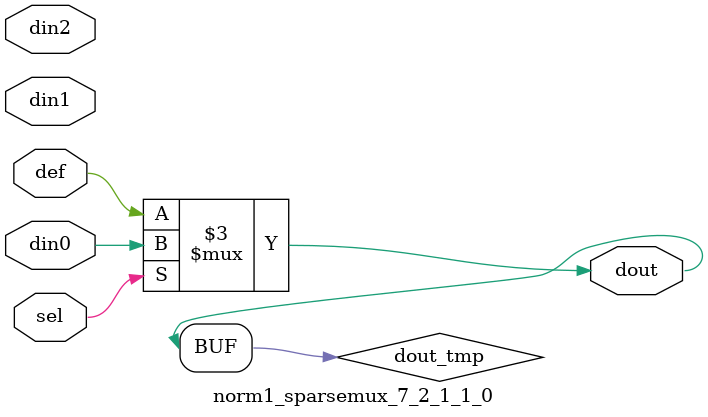
<source format=v>
`timescale 1ns / 1ps

module norm1_sparsemux_7_2_1_1_0 (din0,din1,din2,def,sel,dout);

parameter din0_WIDTH = 1;

parameter din1_WIDTH = 1;

parameter din2_WIDTH = 1;

parameter def_WIDTH = 1;
parameter sel_WIDTH = 1;
parameter dout_WIDTH = 1;

parameter [sel_WIDTH-1:0] CASE0 = 1;

parameter [sel_WIDTH-1:0] CASE1 = 1;

parameter [sel_WIDTH-1:0] CASE2 = 1;

parameter ID = 1;
parameter NUM_STAGE = 1;



input [din0_WIDTH-1:0] din0;

input [din1_WIDTH-1:0] din1;

input [din2_WIDTH-1:0] din2;

input [def_WIDTH-1:0] def;
input [sel_WIDTH-1:0] sel;

output [dout_WIDTH-1:0] dout;



reg [dout_WIDTH-1:0] dout_tmp;


always @ (*) begin
(* parallel_case *) case (sel)
    
    CASE0 : dout_tmp = din0;
    
    CASE1 : dout_tmp = din1;
    
    CASE2 : dout_tmp = din2;
    
    default : dout_tmp = def;
endcase
end


assign dout = dout_tmp;



endmodule

</source>
